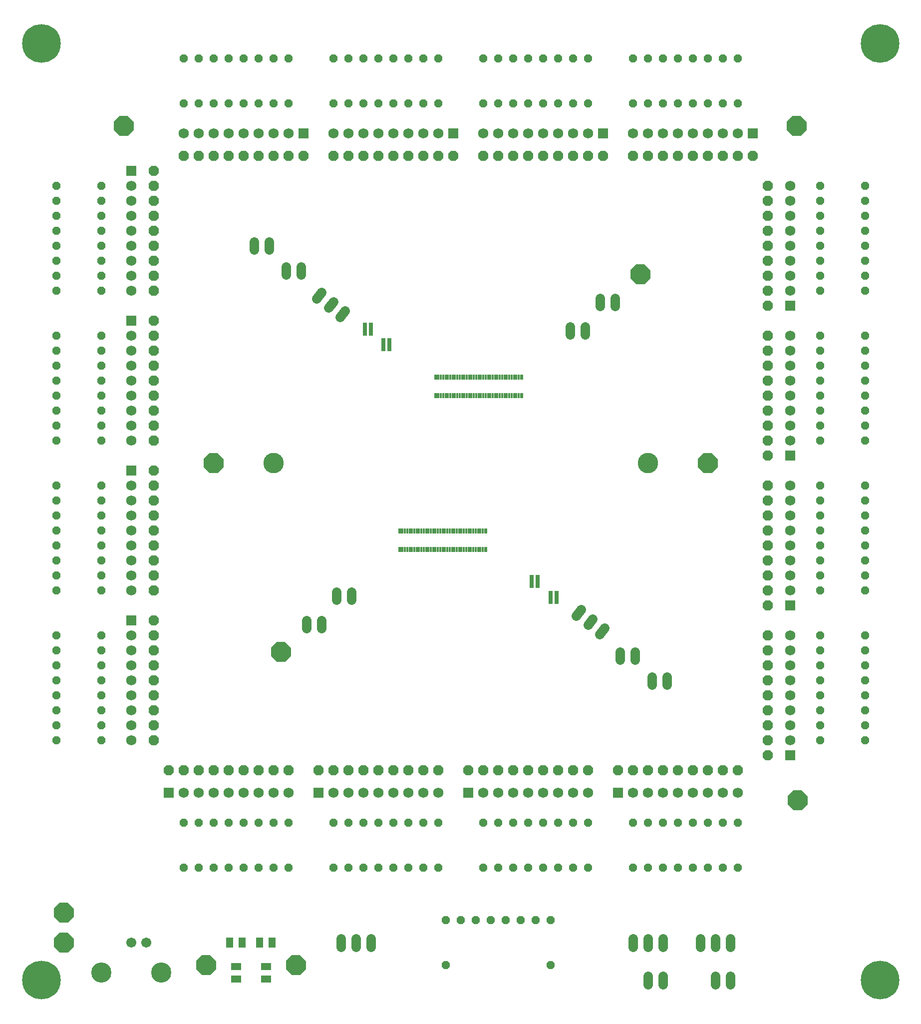
<source format=gts>
G75*
%MOIN*%
%OFA0B0*%
%FSLAX25Y25*%
%IPPOS*%
%LPD*%
%AMOC8*
5,1,8,0,0,1.08239X$1,22.5*
%
%ADD10C,0.13650*%
%ADD11R,0.01706X0.03753*%
%ADD12R,0.02178X0.03753*%
%ADD13C,0.13461*%
%ADD14C,0.06706*%
%ADD15R,0.06800X0.06800*%
%ADD16C,0.06800*%
%ADD17C,0.06200*%
%ADD18R,0.04600X0.06800*%
%ADD19R,0.06800X0.04600*%
%ADD20OC8,0.05524*%
%ADD21OC8,0.06800*%
%ADD22OC8,0.13200*%
%ADD23C,0.25800*%
%ADD24R,0.02572X0.08674*%
D10*
X0206500Y0431500D03*
X0456500Y0431500D03*
D11*
X0370272Y0476660D03*
X0368697Y0476660D03*
X0367122Y0476660D03*
X0365547Y0476660D03*
X0363972Y0476660D03*
X0362398Y0476660D03*
X0360823Y0476660D03*
X0359248Y0476660D03*
X0357673Y0476660D03*
X0356098Y0476660D03*
X0354524Y0476660D03*
X0352949Y0476660D03*
X0351374Y0476660D03*
X0349799Y0476660D03*
X0348224Y0476660D03*
X0346650Y0476660D03*
X0345075Y0476660D03*
X0343500Y0476660D03*
X0341925Y0476660D03*
X0340350Y0476660D03*
X0338776Y0476660D03*
X0337201Y0476660D03*
X0335626Y0476660D03*
X0334051Y0476660D03*
X0332476Y0476660D03*
X0330902Y0476660D03*
X0329327Y0476660D03*
X0327752Y0476660D03*
X0326177Y0476660D03*
X0324602Y0476660D03*
X0323027Y0476660D03*
X0321453Y0476660D03*
X0319878Y0476660D03*
X0318303Y0476660D03*
X0316728Y0476660D03*
X0316728Y0489140D03*
X0318303Y0489140D03*
X0319878Y0489140D03*
X0321453Y0489140D03*
X0323027Y0489140D03*
X0324602Y0489140D03*
X0326177Y0489140D03*
X0327752Y0489140D03*
X0329327Y0489140D03*
X0330902Y0489140D03*
X0332476Y0489140D03*
X0334051Y0489140D03*
X0335626Y0489140D03*
X0337201Y0489140D03*
X0338776Y0489140D03*
X0340350Y0489140D03*
X0341925Y0489140D03*
X0343500Y0489140D03*
X0345075Y0489140D03*
X0346650Y0489140D03*
X0348224Y0489140D03*
X0349799Y0489140D03*
X0351374Y0489140D03*
X0352949Y0489140D03*
X0354524Y0489140D03*
X0356098Y0489140D03*
X0357673Y0489140D03*
X0359248Y0489140D03*
X0360823Y0489140D03*
X0362398Y0489140D03*
X0363972Y0489140D03*
X0365547Y0489140D03*
X0367122Y0489140D03*
X0368697Y0489140D03*
X0370272Y0489140D03*
X0346272Y0386340D03*
X0344697Y0386340D03*
X0343122Y0386340D03*
X0341547Y0386340D03*
X0339972Y0386340D03*
X0338398Y0386340D03*
X0336823Y0386340D03*
X0335248Y0386340D03*
X0333673Y0386340D03*
X0332098Y0386340D03*
X0330524Y0386340D03*
X0328949Y0386340D03*
X0327374Y0386340D03*
X0325799Y0386340D03*
X0324224Y0386340D03*
X0322650Y0386340D03*
X0321075Y0386340D03*
X0319500Y0386340D03*
X0317925Y0386340D03*
X0316350Y0386340D03*
X0314776Y0386340D03*
X0313201Y0386340D03*
X0311626Y0386340D03*
X0310051Y0386340D03*
X0308476Y0386340D03*
X0306902Y0386340D03*
X0305327Y0386340D03*
X0303752Y0386340D03*
X0302177Y0386340D03*
X0300602Y0386340D03*
X0299027Y0386340D03*
X0297453Y0386340D03*
X0295878Y0386340D03*
X0294303Y0386340D03*
X0292728Y0386340D03*
X0292728Y0373860D03*
X0294303Y0373860D03*
X0295878Y0373860D03*
X0297453Y0373860D03*
X0299027Y0373860D03*
X0300602Y0373860D03*
X0302177Y0373860D03*
X0303752Y0373860D03*
X0305327Y0373860D03*
X0306902Y0373860D03*
X0308476Y0373860D03*
X0310051Y0373860D03*
X0311626Y0373860D03*
X0313201Y0373860D03*
X0314776Y0373860D03*
X0316350Y0373860D03*
X0317925Y0373860D03*
X0319500Y0373860D03*
X0321075Y0373860D03*
X0322650Y0373860D03*
X0324224Y0373860D03*
X0325799Y0373860D03*
X0327374Y0373860D03*
X0328949Y0373860D03*
X0330524Y0373860D03*
X0332098Y0373860D03*
X0333673Y0373860D03*
X0335248Y0373860D03*
X0336823Y0373860D03*
X0338398Y0373860D03*
X0339972Y0373860D03*
X0341547Y0373860D03*
X0343122Y0373860D03*
X0344697Y0373860D03*
X0346272Y0373860D03*
D12*
X0348142Y0373860D03*
X0348142Y0386340D03*
X0290858Y0386340D03*
X0290858Y0373860D03*
X0314858Y0476660D03*
X0314858Y0489140D03*
X0372142Y0489140D03*
X0372142Y0476660D03*
D13*
X0131500Y0091500D03*
X0091500Y0091500D03*
D14*
X0111500Y0111500D03*
X0121500Y0111500D03*
D15*
X0136500Y0211500D03*
X0236500Y0211500D03*
X0336500Y0211500D03*
X0436500Y0211500D03*
X0551500Y0236500D03*
X0551500Y0336500D03*
X0551500Y0436500D03*
X0551500Y0536500D03*
X0526500Y0651500D03*
X0426500Y0651500D03*
X0326500Y0651500D03*
X0226500Y0651500D03*
X0111500Y0626500D03*
X0111500Y0526500D03*
X0111500Y0426500D03*
X0111500Y0326500D03*
D16*
X0111500Y0316500D03*
X0111500Y0306500D03*
X0111500Y0296500D03*
X0111500Y0286500D03*
X0111500Y0276500D03*
X0111500Y0266500D03*
X0111500Y0256500D03*
X0111500Y0246500D03*
X0146500Y0211500D03*
X0156500Y0211500D03*
X0166500Y0211500D03*
X0176500Y0211500D03*
X0186500Y0211500D03*
X0196500Y0211500D03*
X0206500Y0211500D03*
X0216500Y0211500D03*
X0246500Y0211500D03*
X0256500Y0211500D03*
X0266500Y0211500D03*
X0276500Y0211500D03*
X0286500Y0211500D03*
X0296500Y0211500D03*
X0306500Y0211500D03*
X0316500Y0211500D03*
X0346500Y0211500D03*
X0356500Y0211500D03*
X0366500Y0211500D03*
X0376500Y0211500D03*
X0386500Y0211500D03*
X0396500Y0211500D03*
X0406500Y0211500D03*
X0416500Y0211500D03*
X0446500Y0211500D03*
X0456500Y0211500D03*
X0466500Y0211500D03*
X0476500Y0211500D03*
X0486500Y0211500D03*
X0496500Y0211500D03*
X0506500Y0211500D03*
X0516500Y0211500D03*
X0551500Y0246500D03*
X0551500Y0256500D03*
X0551500Y0266500D03*
X0551500Y0276500D03*
X0551500Y0286500D03*
X0551500Y0296500D03*
X0551500Y0306500D03*
X0551500Y0316500D03*
X0551500Y0346500D03*
X0551500Y0356500D03*
X0551500Y0366500D03*
X0551500Y0376500D03*
X0551500Y0386500D03*
X0551500Y0396500D03*
X0551500Y0406500D03*
X0551500Y0416500D03*
X0551500Y0446500D03*
X0551500Y0456500D03*
X0551500Y0466500D03*
X0551500Y0476500D03*
X0551500Y0486500D03*
X0551500Y0496500D03*
X0551500Y0506500D03*
X0551500Y0516500D03*
X0551500Y0546500D03*
X0551500Y0556500D03*
X0551500Y0566500D03*
X0551500Y0576500D03*
X0551500Y0586500D03*
X0551500Y0596500D03*
X0551500Y0606500D03*
X0551500Y0616500D03*
X0516500Y0651500D03*
X0506500Y0651500D03*
X0496500Y0651500D03*
X0486500Y0651500D03*
X0476500Y0651500D03*
X0466500Y0651500D03*
X0456500Y0651500D03*
X0446500Y0651500D03*
X0416500Y0651500D03*
X0406500Y0651500D03*
X0396500Y0651500D03*
X0386500Y0651500D03*
X0376500Y0651500D03*
X0366500Y0651500D03*
X0356500Y0651500D03*
X0346500Y0651500D03*
X0316500Y0651500D03*
X0306500Y0651500D03*
X0296500Y0651500D03*
X0286500Y0651500D03*
X0276500Y0651500D03*
X0266500Y0651500D03*
X0256500Y0651500D03*
X0246500Y0651500D03*
X0216500Y0651500D03*
X0206500Y0651500D03*
X0196500Y0651500D03*
X0186500Y0651500D03*
X0176500Y0651500D03*
X0166500Y0651500D03*
X0156500Y0651500D03*
X0146500Y0651500D03*
X0111500Y0616500D03*
X0111500Y0606500D03*
X0111500Y0596500D03*
X0111500Y0586500D03*
X0111500Y0576500D03*
X0111500Y0566500D03*
X0111500Y0556500D03*
X0111500Y0546500D03*
X0111500Y0516500D03*
X0111500Y0506500D03*
X0111500Y0496500D03*
X0111500Y0486500D03*
X0111500Y0476500D03*
X0111500Y0466500D03*
X0111500Y0456500D03*
X0111500Y0446500D03*
X0111500Y0416500D03*
X0111500Y0406500D03*
X0111500Y0396500D03*
X0111500Y0386500D03*
X0111500Y0376500D03*
X0111500Y0366500D03*
X0111500Y0356500D03*
X0111500Y0346500D03*
D17*
X0228500Y0326700D02*
X0228500Y0321300D01*
X0238500Y0321300D02*
X0238500Y0326700D01*
X0248500Y0340300D02*
X0248500Y0345700D01*
X0258500Y0345700D02*
X0258500Y0340300D01*
X0408577Y0329686D02*
X0411902Y0333941D01*
X0419782Y0327784D02*
X0416458Y0323529D01*
X0424338Y0317372D02*
X0427662Y0321628D01*
X0438000Y0305700D02*
X0438000Y0300300D01*
X0448000Y0300300D02*
X0448000Y0305700D01*
X0459250Y0288950D02*
X0459250Y0283550D01*
X0469250Y0283550D02*
X0469250Y0288950D01*
X0466500Y0114200D02*
X0466500Y0108800D01*
X0456500Y0108800D02*
X0456500Y0114200D01*
X0446500Y0114200D02*
X0446500Y0108800D01*
X0456500Y0089200D02*
X0456500Y0083800D01*
X0466500Y0083800D02*
X0466500Y0089200D01*
X0491500Y0108800D02*
X0491500Y0114200D01*
X0501500Y0114200D02*
X0501500Y0108800D01*
X0511500Y0108800D02*
X0511500Y0114200D01*
X0511500Y0089200D02*
X0511500Y0083800D01*
X0501500Y0083800D02*
X0501500Y0089200D01*
X0271500Y0108800D02*
X0271500Y0114200D01*
X0261500Y0114200D02*
X0261500Y0108800D01*
X0251500Y0108800D02*
X0251500Y0114200D01*
X0404500Y0517300D02*
X0404500Y0522700D01*
X0414500Y0522700D02*
X0414500Y0517300D01*
X0424500Y0536300D02*
X0424500Y0541700D01*
X0434500Y0541700D02*
X0434500Y0536300D01*
X0254422Y0533314D02*
X0251098Y0529059D01*
X0243218Y0535216D02*
X0246542Y0539471D01*
X0238662Y0545628D02*
X0235338Y0541372D01*
X0225000Y0557300D02*
X0225000Y0562700D01*
X0215000Y0562700D02*
X0215000Y0557300D01*
X0203750Y0574050D02*
X0203750Y0579450D01*
X0193750Y0579450D02*
X0193750Y0574050D01*
D18*
X0197400Y0111500D03*
X0185600Y0111500D03*
X0177400Y0111500D03*
X0205600Y0111500D03*
D19*
X0201500Y0095600D03*
X0201500Y0087400D03*
X0181500Y0087400D03*
X0181500Y0095600D03*
D20*
X0186500Y0161500D03*
X0196500Y0161500D03*
X0206500Y0161500D03*
X0216500Y0161500D03*
X0216500Y0191500D03*
X0206500Y0191500D03*
X0196500Y0191500D03*
X0186500Y0191500D03*
X0176500Y0191500D03*
X0166500Y0191500D03*
X0156500Y0191500D03*
X0146500Y0191500D03*
X0146500Y0161500D03*
X0156500Y0161500D03*
X0166500Y0161500D03*
X0176500Y0161500D03*
X0246500Y0161500D03*
X0256500Y0161500D03*
X0266500Y0161500D03*
X0276500Y0161500D03*
X0286500Y0161500D03*
X0296500Y0161500D03*
X0306500Y0161500D03*
X0316500Y0161500D03*
X0316500Y0191500D03*
X0306500Y0191500D03*
X0296500Y0191500D03*
X0286500Y0191500D03*
X0276500Y0191500D03*
X0266500Y0191500D03*
X0256500Y0191500D03*
X0246500Y0191500D03*
X0321500Y0126500D03*
X0331500Y0126500D03*
X0341500Y0126500D03*
X0351500Y0126500D03*
X0361500Y0126500D03*
X0371500Y0126500D03*
X0381500Y0126500D03*
X0391500Y0126500D03*
X0391500Y0096500D03*
X0396500Y0161500D03*
X0406500Y0161500D03*
X0416500Y0161500D03*
X0416500Y0191500D03*
X0406500Y0191500D03*
X0396500Y0191500D03*
X0386500Y0191500D03*
X0376500Y0191500D03*
X0366500Y0191500D03*
X0356500Y0191500D03*
X0346500Y0191500D03*
X0346500Y0161500D03*
X0356500Y0161500D03*
X0366500Y0161500D03*
X0376500Y0161500D03*
X0386500Y0161500D03*
X0446500Y0161500D03*
X0456500Y0161500D03*
X0466500Y0161500D03*
X0476500Y0161500D03*
X0486500Y0161500D03*
X0496500Y0161500D03*
X0506500Y0161500D03*
X0516500Y0161500D03*
X0516500Y0191500D03*
X0506500Y0191500D03*
X0496500Y0191500D03*
X0486500Y0191500D03*
X0476500Y0191500D03*
X0466500Y0191500D03*
X0456500Y0191500D03*
X0446500Y0191500D03*
X0571500Y0246500D03*
X0571500Y0256500D03*
X0571500Y0266500D03*
X0571500Y0276500D03*
X0571500Y0286500D03*
X0571500Y0296500D03*
X0571500Y0306500D03*
X0571500Y0316500D03*
X0571500Y0346500D03*
X0571500Y0356500D03*
X0571500Y0366500D03*
X0571500Y0376500D03*
X0571500Y0386500D03*
X0571500Y0396500D03*
X0571500Y0406500D03*
X0571500Y0416500D03*
X0571500Y0446500D03*
X0571500Y0456500D03*
X0571500Y0466500D03*
X0571500Y0476500D03*
X0571500Y0486500D03*
X0571500Y0496500D03*
X0571500Y0506500D03*
X0571500Y0516500D03*
X0571500Y0546500D03*
X0571500Y0556500D03*
X0571500Y0566500D03*
X0571500Y0576500D03*
X0571500Y0586500D03*
X0571500Y0596500D03*
X0571500Y0606500D03*
X0571500Y0616500D03*
X0601500Y0616500D03*
X0601500Y0606500D03*
X0601500Y0596500D03*
X0601500Y0586500D03*
X0601500Y0576500D03*
X0601500Y0566500D03*
X0601500Y0556500D03*
X0601500Y0546500D03*
X0601500Y0516500D03*
X0601500Y0506500D03*
X0601500Y0496500D03*
X0601500Y0486500D03*
X0601500Y0476500D03*
X0601500Y0466500D03*
X0601500Y0456500D03*
X0601500Y0446500D03*
X0601500Y0416500D03*
X0601500Y0406500D03*
X0601500Y0396500D03*
X0601500Y0386500D03*
X0601500Y0376500D03*
X0601500Y0366500D03*
X0601500Y0356500D03*
X0601500Y0346500D03*
X0601500Y0316500D03*
X0601500Y0306500D03*
X0601500Y0296500D03*
X0601500Y0286500D03*
X0601500Y0276500D03*
X0601500Y0266500D03*
X0601500Y0256500D03*
X0601500Y0246500D03*
X0321500Y0096500D03*
X0091500Y0246500D03*
X0091500Y0256500D03*
X0091500Y0266500D03*
X0091500Y0276500D03*
X0091500Y0286500D03*
X0091500Y0296500D03*
X0091500Y0306500D03*
X0091500Y0316500D03*
X0091500Y0346500D03*
X0091500Y0356500D03*
X0091500Y0366500D03*
X0091500Y0376500D03*
X0091500Y0386500D03*
X0091500Y0396500D03*
X0091500Y0406500D03*
X0091500Y0416500D03*
X0091500Y0446500D03*
X0091500Y0456500D03*
X0091500Y0466500D03*
X0091500Y0476500D03*
X0091500Y0486500D03*
X0091500Y0496500D03*
X0091500Y0506500D03*
X0091500Y0516500D03*
X0091500Y0546500D03*
X0091500Y0556500D03*
X0091500Y0566500D03*
X0091500Y0576500D03*
X0091500Y0586500D03*
X0091500Y0596500D03*
X0091500Y0606500D03*
X0091500Y0616500D03*
X0061500Y0616500D03*
X0061500Y0606500D03*
X0061500Y0596500D03*
X0061500Y0586500D03*
X0061500Y0576500D03*
X0061500Y0566500D03*
X0061500Y0556500D03*
X0061500Y0546500D03*
X0061500Y0516500D03*
X0061500Y0506500D03*
X0061500Y0496500D03*
X0061500Y0486500D03*
X0061500Y0476500D03*
X0061500Y0466500D03*
X0061500Y0456500D03*
X0061500Y0446500D03*
X0061500Y0416500D03*
X0061500Y0406500D03*
X0061500Y0396500D03*
X0061500Y0386500D03*
X0061500Y0376500D03*
X0061500Y0366500D03*
X0061500Y0356500D03*
X0061500Y0346500D03*
X0061500Y0316500D03*
X0061500Y0306500D03*
X0061500Y0296500D03*
X0061500Y0286500D03*
X0061500Y0276500D03*
X0061500Y0266500D03*
X0061500Y0256500D03*
X0061500Y0246500D03*
X0146500Y0671500D03*
X0156500Y0671500D03*
X0166500Y0671500D03*
X0176500Y0671500D03*
X0186500Y0671500D03*
X0196500Y0671500D03*
X0206500Y0671500D03*
X0216500Y0671500D03*
X0216500Y0701500D03*
X0206500Y0701500D03*
X0196500Y0701500D03*
X0186500Y0701500D03*
X0176500Y0701500D03*
X0166500Y0701500D03*
X0156500Y0701500D03*
X0146500Y0701500D03*
X0246500Y0701500D03*
X0256500Y0701500D03*
X0266500Y0701500D03*
X0276500Y0701500D03*
X0286500Y0701500D03*
X0296500Y0701500D03*
X0306500Y0701500D03*
X0316500Y0701500D03*
X0346500Y0701500D03*
X0356500Y0701500D03*
X0366500Y0701500D03*
X0376500Y0701500D03*
X0386500Y0701500D03*
X0396500Y0701500D03*
X0406500Y0701500D03*
X0416500Y0701500D03*
X0416500Y0671500D03*
X0406500Y0671500D03*
X0396500Y0671500D03*
X0386500Y0671500D03*
X0376500Y0671500D03*
X0366500Y0671500D03*
X0356500Y0671500D03*
X0346500Y0671500D03*
X0316500Y0671500D03*
X0306500Y0671500D03*
X0296500Y0671500D03*
X0286500Y0671500D03*
X0276500Y0671500D03*
X0266500Y0671500D03*
X0256500Y0671500D03*
X0246500Y0671500D03*
X0446500Y0671500D03*
X0456500Y0671500D03*
X0466500Y0671500D03*
X0476500Y0671500D03*
X0486500Y0671500D03*
X0496500Y0671500D03*
X0506500Y0671500D03*
X0516500Y0671500D03*
X0516500Y0701500D03*
X0506500Y0701500D03*
X0496500Y0701500D03*
X0486500Y0701500D03*
X0476500Y0701500D03*
X0466500Y0701500D03*
X0456500Y0701500D03*
X0446500Y0701500D03*
D21*
X0446500Y0636500D03*
X0456500Y0636500D03*
X0466500Y0636500D03*
X0476500Y0636500D03*
X0486500Y0636500D03*
X0496500Y0636500D03*
X0506500Y0636500D03*
X0516500Y0636500D03*
X0526500Y0636500D03*
X0536500Y0616500D03*
X0536500Y0606500D03*
X0536500Y0596500D03*
X0536500Y0586500D03*
X0536500Y0576500D03*
X0536500Y0566500D03*
X0536500Y0556500D03*
X0536500Y0546500D03*
X0536500Y0536500D03*
X0536500Y0516500D03*
X0536500Y0506500D03*
X0536500Y0496500D03*
X0536500Y0486500D03*
X0536500Y0476500D03*
X0536500Y0466500D03*
X0536500Y0456500D03*
X0536500Y0446500D03*
X0536500Y0436500D03*
X0536500Y0416500D03*
X0536500Y0406500D03*
X0536500Y0396500D03*
X0536500Y0386500D03*
X0536500Y0376500D03*
X0536500Y0366500D03*
X0536500Y0356500D03*
X0536500Y0346500D03*
X0536500Y0336500D03*
X0536500Y0316500D03*
X0536500Y0306500D03*
X0536500Y0296500D03*
X0536500Y0286500D03*
X0536500Y0276500D03*
X0536500Y0266500D03*
X0536500Y0256500D03*
X0536500Y0246500D03*
X0536500Y0236500D03*
X0516500Y0226500D03*
X0506500Y0226500D03*
X0496500Y0226500D03*
X0486500Y0226500D03*
X0476500Y0226500D03*
X0466500Y0226500D03*
X0456500Y0226500D03*
X0446500Y0226500D03*
X0436500Y0226500D03*
X0416500Y0226500D03*
X0406500Y0226500D03*
X0396500Y0226500D03*
X0386500Y0226500D03*
X0376500Y0226500D03*
X0366500Y0226500D03*
X0356500Y0226500D03*
X0346500Y0226500D03*
X0336500Y0226500D03*
X0316500Y0226500D03*
X0306500Y0226500D03*
X0296500Y0226500D03*
X0286500Y0226500D03*
X0276500Y0226500D03*
X0266500Y0226500D03*
X0256500Y0226500D03*
X0246500Y0226500D03*
X0236500Y0226500D03*
X0216500Y0226500D03*
X0206500Y0226500D03*
X0196500Y0226500D03*
X0186500Y0226500D03*
X0176500Y0226500D03*
X0166500Y0226500D03*
X0156500Y0226500D03*
X0146500Y0226500D03*
X0136500Y0226500D03*
X0126500Y0246500D03*
X0126500Y0256500D03*
X0126500Y0266500D03*
X0126500Y0276500D03*
X0126500Y0286500D03*
X0126500Y0296500D03*
X0126500Y0306500D03*
X0126500Y0316500D03*
X0126500Y0326500D03*
X0126500Y0346500D03*
X0126500Y0356500D03*
X0126500Y0366500D03*
X0126500Y0376500D03*
X0126500Y0386500D03*
X0126500Y0396500D03*
X0126500Y0406500D03*
X0126500Y0416500D03*
X0126500Y0426500D03*
X0126500Y0446500D03*
X0126500Y0456500D03*
X0126500Y0466500D03*
X0126500Y0476500D03*
X0126500Y0486500D03*
X0126500Y0496500D03*
X0126500Y0506500D03*
X0126500Y0516500D03*
X0126500Y0526500D03*
X0126500Y0546500D03*
X0126500Y0556500D03*
X0126500Y0566500D03*
X0126500Y0576500D03*
X0126500Y0586500D03*
X0126500Y0596500D03*
X0126500Y0606500D03*
X0126500Y0616500D03*
X0126500Y0626500D03*
X0146500Y0636500D03*
X0156500Y0636500D03*
X0166500Y0636500D03*
X0176500Y0636500D03*
X0186500Y0636500D03*
X0196500Y0636500D03*
X0206500Y0636500D03*
X0216500Y0636500D03*
X0226500Y0636500D03*
X0246500Y0636500D03*
X0256500Y0636500D03*
X0266500Y0636500D03*
X0276500Y0636500D03*
X0286500Y0636500D03*
X0296500Y0636500D03*
X0306500Y0636500D03*
X0316500Y0636500D03*
X0326500Y0636500D03*
X0346500Y0636500D03*
X0356500Y0636500D03*
X0366500Y0636500D03*
X0376500Y0636500D03*
X0386500Y0636500D03*
X0396500Y0636500D03*
X0406500Y0636500D03*
X0416500Y0636500D03*
X0426500Y0636500D03*
D22*
X0451500Y0557500D03*
X0556000Y0656500D03*
X0496500Y0431500D03*
X0556500Y0206500D03*
X0221500Y0096500D03*
X0161500Y0096500D03*
X0066500Y0111500D03*
X0066500Y0131500D03*
X0211500Y0305500D03*
X0166500Y0431500D03*
X0106500Y0656500D03*
D23*
X0051500Y0086500D03*
X0051500Y0711500D03*
X0611500Y0711500D03*
X0611500Y0086500D03*
D24*
X0395468Y0342000D03*
X0391531Y0342000D03*
X0382968Y0352500D03*
X0379031Y0352500D03*
X0283968Y0510500D03*
X0280031Y0510500D03*
X0271468Y0521000D03*
X0267531Y0521000D03*
M02*

</source>
